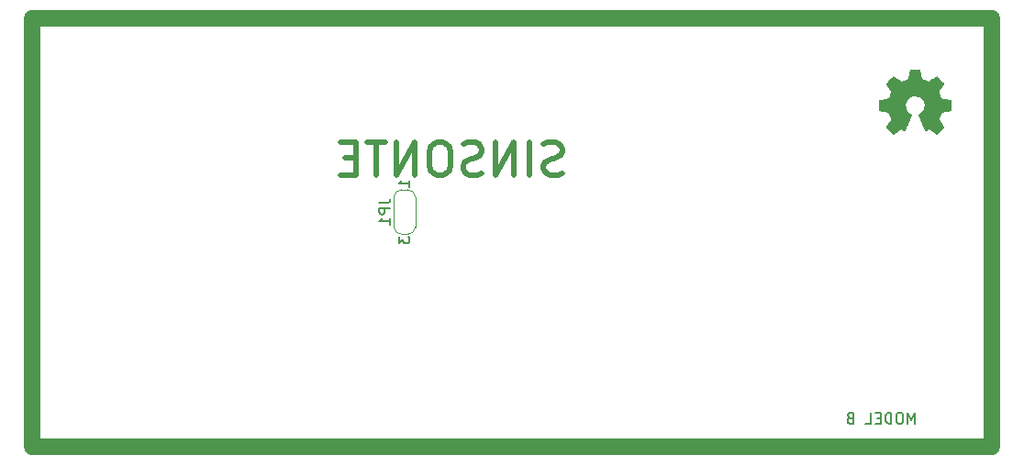
<source format=gbr>
G04 #@! TF.GenerationSoftware,KiCad,Pcbnew,5.1.5+dfsg1-2build2*
G04 #@! TF.CreationDate,2021-11-10T18:05:42-05:00*
G04 #@! TF.ProjectId,SINSONTE_MODEL_B,53494e53-4f4e-4544-955f-4d4f44454c5f,rev?*
G04 #@! TF.SameCoordinates,Original*
G04 #@! TF.FileFunction,Legend,Bot*
G04 #@! TF.FilePolarity,Positive*
%FSLAX46Y46*%
G04 Gerber Fmt 4.6, Leading zero omitted, Abs format (unit mm)*
G04 Created by KiCad (PCBNEW 5.1.5+dfsg1-2build2) date 2021-11-10 18:05:42*
%MOMM*%
%LPD*%
G04 APERTURE LIST*
%ADD10C,0.150000*%
%ADD11C,0.500000*%
%ADD12C,1.500000*%
%ADD13C,0.010000*%
%ADD14C,0.120000*%
G04 APERTURE END LIST*
D10*
X132190738Y-88107780D02*
X132190738Y-87107780D01*
X131857404Y-87822066D01*
X131524071Y-87107780D01*
X131524071Y-88107780D01*
X130857404Y-87107780D02*
X130666928Y-87107780D01*
X130571690Y-87155400D01*
X130476452Y-87250638D01*
X130428833Y-87441114D01*
X130428833Y-87774447D01*
X130476452Y-87964923D01*
X130571690Y-88060161D01*
X130666928Y-88107780D01*
X130857404Y-88107780D01*
X130952642Y-88060161D01*
X131047880Y-87964923D01*
X131095500Y-87774447D01*
X131095500Y-87441114D01*
X131047880Y-87250638D01*
X130952642Y-87155400D01*
X130857404Y-87107780D01*
X130000261Y-88107780D02*
X130000261Y-87107780D01*
X129762166Y-87107780D01*
X129619309Y-87155400D01*
X129524071Y-87250638D01*
X129476452Y-87345876D01*
X129428833Y-87536352D01*
X129428833Y-87679209D01*
X129476452Y-87869685D01*
X129524071Y-87964923D01*
X129619309Y-88060161D01*
X129762166Y-88107780D01*
X130000261Y-88107780D01*
X129000261Y-87583971D02*
X128666928Y-87583971D01*
X128524071Y-88107780D02*
X129000261Y-88107780D01*
X129000261Y-87107780D01*
X128524071Y-87107780D01*
X127619309Y-88107780D02*
X128095500Y-88107780D01*
X128095500Y-87107780D01*
X126190738Y-87583971D02*
X126047880Y-87631590D01*
X126000261Y-87679209D01*
X125952642Y-87774447D01*
X125952642Y-87917304D01*
X126000261Y-88012542D01*
X126047880Y-88060161D01*
X126143119Y-88107780D01*
X126524071Y-88107780D01*
X126524071Y-87107780D01*
X126190738Y-87107780D01*
X126095500Y-87155400D01*
X126047880Y-87203019D01*
X126000261Y-87298257D01*
X126000261Y-87393495D01*
X126047880Y-87488733D01*
X126095500Y-87536352D01*
X126190738Y-87583971D01*
X126524071Y-87583971D01*
D11*
X99622285Y-65019085D02*
X99193714Y-65161942D01*
X98479428Y-65161942D01*
X98193714Y-65019085D01*
X98050857Y-64876228D01*
X97908000Y-64590514D01*
X97908000Y-64304800D01*
X98050857Y-64019085D01*
X98193714Y-63876228D01*
X98479428Y-63733371D01*
X99050857Y-63590514D01*
X99336571Y-63447657D01*
X99479428Y-63304800D01*
X99622285Y-63019085D01*
X99622285Y-62733371D01*
X99479428Y-62447657D01*
X99336571Y-62304800D01*
X99050857Y-62161942D01*
X98336571Y-62161942D01*
X97908000Y-62304800D01*
X96622285Y-65161942D02*
X96622285Y-62161942D01*
X95193714Y-65161942D02*
X95193714Y-62161942D01*
X93479428Y-65161942D01*
X93479428Y-62161942D01*
X92193714Y-65019085D02*
X91765142Y-65161942D01*
X91050857Y-65161942D01*
X90765142Y-65019085D01*
X90622285Y-64876228D01*
X90479428Y-64590514D01*
X90479428Y-64304800D01*
X90622285Y-64019085D01*
X90765142Y-63876228D01*
X91050857Y-63733371D01*
X91622285Y-63590514D01*
X91908000Y-63447657D01*
X92050857Y-63304800D01*
X92193714Y-63019085D01*
X92193714Y-62733371D01*
X92050857Y-62447657D01*
X91908000Y-62304800D01*
X91622285Y-62161942D01*
X90908000Y-62161942D01*
X90479428Y-62304800D01*
X88622285Y-62161942D02*
X88050857Y-62161942D01*
X87765142Y-62304800D01*
X87479428Y-62590514D01*
X87336571Y-63161942D01*
X87336571Y-64161942D01*
X87479428Y-64733371D01*
X87765142Y-65019085D01*
X88050857Y-65161942D01*
X88622285Y-65161942D01*
X88908000Y-65019085D01*
X89193714Y-64733371D01*
X89336571Y-64161942D01*
X89336571Y-63161942D01*
X89193714Y-62590514D01*
X88908000Y-62304800D01*
X88622285Y-62161942D01*
X86050857Y-65161942D02*
X86050857Y-62161942D01*
X84336571Y-65161942D01*
X84336571Y-62161942D01*
X83336571Y-62161942D02*
X81622285Y-62161942D01*
X82479428Y-65161942D02*
X82479428Y-62161942D01*
X80622285Y-63590514D02*
X79622285Y-63590514D01*
X79193714Y-65161942D02*
X80622285Y-65161942D01*
X80622285Y-62161942D01*
X79193714Y-62161942D01*
D12*
X50750000Y-50750000D02*
X139250000Y-50750000D01*
X50750000Y-90250000D02*
X139250000Y-90250000D01*
X50750000Y-50750000D02*
X50750000Y-90250000D01*
X139250000Y-50750000D02*
X139250000Y-90250000D01*
D13*
G36*
X131613086Y-55888931D02*
G01*
X131529265Y-56333555D01*
X131219980Y-56461053D01*
X130910694Y-56588551D01*
X130539654Y-56336246D01*
X130435743Y-56265996D01*
X130341813Y-56203272D01*
X130262248Y-56150938D01*
X130201430Y-56111857D01*
X130163743Y-56088893D01*
X130153479Y-56083942D01*
X130134990Y-56096676D01*
X130095480Y-56131882D01*
X130039378Y-56185062D01*
X129971113Y-56251718D01*
X129895114Y-56327354D01*
X129815808Y-56407472D01*
X129737625Y-56487574D01*
X129664993Y-56563164D01*
X129602341Y-56629745D01*
X129554097Y-56682818D01*
X129524690Y-56717887D01*
X129517659Y-56729623D01*
X129527777Y-56751260D01*
X129556141Y-56798662D01*
X129599771Y-56867193D01*
X129655682Y-56952215D01*
X129720894Y-57049093D01*
X129758681Y-57104350D01*
X129827557Y-57205248D01*
X129888760Y-57296299D01*
X129939322Y-57372970D01*
X129976272Y-57430728D01*
X129996642Y-57465043D01*
X129999703Y-57472254D01*
X129992764Y-57492748D01*
X129973849Y-57540513D01*
X129945813Y-57608832D01*
X129911509Y-57690989D01*
X129873791Y-57780270D01*
X129835513Y-57869958D01*
X129799530Y-57953338D01*
X129768694Y-58023694D01*
X129745861Y-58074310D01*
X129733883Y-58098471D01*
X129733176Y-58099422D01*
X129714369Y-58104036D01*
X129664282Y-58114328D01*
X129588107Y-58129287D01*
X129491035Y-58147901D01*
X129378257Y-58169159D01*
X129312458Y-58181418D01*
X129191950Y-58204362D01*
X129083103Y-58226195D01*
X128991424Y-58245722D01*
X128922419Y-58261748D01*
X128881596Y-58273079D01*
X128873389Y-58276674D01*
X128865352Y-58301006D01*
X128858867Y-58355959D01*
X128853930Y-58435108D01*
X128850536Y-58532026D01*
X128848682Y-58640287D01*
X128848362Y-58753465D01*
X128849573Y-58865135D01*
X128852310Y-58968868D01*
X128856569Y-59058241D01*
X128862345Y-59126826D01*
X128869633Y-59168197D01*
X128874005Y-59176810D01*
X128900136Y-59187133D01*
X128955507Y-59201892D01*
X129032793Y-59219352D01*
X129124670Y-59237780D01*
X129156742Y-59243741D01*
X129311376Y-59272066D01*
X129433525Y-59294876D01*
X129527227Y-59313080D01*
X129596516Y-59327583D01*
X129645429Y-59339292D01*
X129678003Y-59349115D01*
X129698272Y-59357956D01*
X129710274Y-59366724D01*
X129711953Y-59368457D01*
X129728716Y-59396371D01*
X129754286Y-59450695D01*
X129786112Y-59524777D01*
X129821640Y-59611965D01*
X129858317Y-59705608D01*
X129893589Y-59799052D01*
X129924904Y-59885647D01*
X129949707Y-59958740D01*
X129965446Y-60011678D01*
X129969568Y-60037811D01*
X129969224Y-60038726D01*
X129955259Y-60060086D01*
X129923578Y-60107084D01*
X129877509Y-60174827D01*
X129820382Y-60258423D01*
X129755527Y-60352982D01*
X129737057Y-60379854D01*
X129671201Y-60477275D01*
X129613250Y-60566163D01*
X129566362Y-60641412D01*
X129533693Y-60697920D01*
X129518400Y-60730581D01*
X129517659Y-60734593D01*
X129530508Y-60755684D01*
X129566012Y-60797464D01*
X129619607Y-60855445D01*
X129686729Y-60925135D01*
X129762813Y-61002045D01*
X129843296Y-61081683D01*
X129923613Y-61159561D01*
X129999201Y-61231186D01*
X130065495Y-61292070D01*
X130117931Y-61337721D01*
X130151945Y-61363650D01*
X130161355Y-61367883D01*
X130183257Y-61357912D01*
X130228100Y-61331020D01*
X130288579Y-61291736D01*
X130335111Y-61260117D01*
X130419425Y-61202098D01*
X130519274Y-61133784D01*
X130619427Y-61065579D01*
X130673273Y-61029075D01*
X130855529Y-60905800D01*
X131008519Y-60988520D01*
X131078218Y-61024759D01*
X131137486Y-61052926D01*
X131177589Y-61068991D01*
X131187797Y-61071226D01*
X131200071Y-61054722D01*
X131224287Y-61008082D01*
X131258637Y-60935609D01*
X131301312Y-60841606D01*
X131350506Y-60730374D01*
X131404410Y-60606215D01*
X131461216Y-60473432D01*
X131519118Y-60336327D01*
X131576307Y-60199202D01*
X131630976Y-60066358D01*
X131681316Y-59942098D01*
X131725520Y-59830725D01*
X131761781Y-59736539D01*
X131788291Y-59663844D01*
X131803242Y-59616941D01*
X131805646Y-59600833D01*
X131786589Y-59580286D01*
X131744864Y-59546933D01*
X131689194Y-59507702D01*
X131684522Y-59504599D01*
X131540636Y-59389423D01*
X131424617Y-59255053D01*
X131337470Y-59105784D01*
X131280201Y-58945913D01*
X131253814Y-58779737D01*
X131259315Y-58611552D01*
X131297710Y-58445655D01*
X131370005Y-58286342D01*
X131391274Y-58251487D01*
X131501904Y-58110737D01*
X131632598Y-57997714D01*
X131778836Y-57913003D01*
X131936092Y-57857194D01*
X132099843Y-57830874D01*
X132265567Y-57834630D01*
X132428738Y-57869050D01*
X132584835Y-57934723D01*
X132729333Y-58032235D01*
X132774031Y-58071813D01*
X132887788Y-58195703D01*
X132970682Y-58326124D01*
X133027544Y-58472315D01*
X133059213Y-58617088D01*
X133067031Y-58779860D01*
X133040962Y-58943440D01*
X132983655Y-59102298D01*
X132897756Y-59250906D01*
X132785914Y-59383735D01*
X132650777Y-59495256D01*
X132633017Y-59507011D01*
X132576750Y-59545508D01*
X132533977Y-59578863D01*
X132513528Y-59600160D01*
X132513231Y-59600833D01*
X132517621Y-59623871D01*
X132535024Y-59676157D01*
X132563632Y-59753390D01*
X132601635Y-59851268D01*
X132647226Y-59965491D01*
X132698597Y-60091758D01*
X132753938Y-60225767D01*
X132811442Y-60363218D01*
X132869299Y-60499808D01*
X132925702Y-60631237D01*
X132978842Y-60753205D01*
X133026910Y-60861409D01*
X133068099Y-60951549D01*
X133100599Y-61019323D01*
X133122603Y-61060430D01*
X133131464Y-61071226D01*
X133158540Y-61062819D01*
X133209203Y-61040272D01*
X133274717Y-61007613D01*
X133310741Y-60988520D01*
X133463732Y-60905800D01*
X133645988Y-61029075D01*
X133739025Y-61092228D01*
X133840885Y-61161727D01*
X133936338Y-61227165D01*
X133984150Y-61260117D01*
X134051395Y-61305273D01*
X134108336Y-61341057D01*
X134147546Y-61362938D01*
X134160281Y-61367563D01*
X134178817Y-61355085D01*
X134219841Y-61320252D01*
X134279375Y-61266678D01*
X134353442Y-61197983D01*
X134438065Y-61117781D01*
X134491585Y-61066286D01*
X134585219Y-60974286D01*
X134666141Y-60891999D01*
X134731077Y-60822945D01*
X134776758Y-60770644D01*
X134799911Y-60738616D01*
X134802132Y-60732116D01*
X134791824Y-60707394D01*
X134763339Y-60657405D01*
X134719837Y-60587212D01*
X134664477Y-60501875D01*
X134600420Y-60406456D01*
X134582203Y-60379854D01*
X134515827Y-60283167D01*
X134456278Y-60196117D01*
X134406884Y-60123595D01*
X134370975Y-60070493D01*
X134351881Y-60041703D01*
X134350036Y-60038726D01*
X134352795Y-60015782D01*
X134367438Y-59965336D01*
X134391413Y-59894041D01*
X134422166Y-59808547D01*
X134457144Y-59715507D01*
X134493793Y-59621574D01*
X134529561Y-59533399D01*
X134561894Y-59457634D01*
X134588238Y-59400931D01*
X134606042Y-59369943D01*
X134607307Y-59368457D01*
X134618194Y-59359601D01*
X134636582Y-59350843D01*
X134666506Y-59341277D01*
X134712003Y-59329996D01*
X134777109Y-59316093D01*
X134865861Y-59298663D01*
X134982293Y-59276798D01*
X135130442Y-59249591D01*
X135162518Y-59243741D01*
X135257586Y-59225374D01*
X135340465Y-59207405D01*
X135403830Y-59191569D01*
X135440358Y-59179600D01*
X135445256Y-59176810D01*
X135453327Y-59152072D01*
X135459887Y-59096790D01*
X135464933Y-59017389D01*
X135468459Y-58920296D01*
X135470461Y-58811938D01*
X135470936Y-58698740D01*
X135469877Y-58587128D01*
X135467282Y-58483529D01*
X135463146Y-58394368D01*
X135457463Y-58326072D01*
X135450231Y-58285066D01*
X135445871Y-58276674D01*
X135421598Y-58268208D01*
X135366326Y-58254435D01*
X135285562Y-58236550D01*
X135184812Y-58215748D01*
X135069583Y-58193223D01*
X135006802Y-58181418D01*
X134887687Y-58159151D01*
X134781465Y-58138979D01*
X134693327Y-58121915D01*
X134628466Y-58108969D01*
X134592074Y-58101155D01*
X134586084Y-58099422D01*
X134575961Y-58079890D01*
X134554562Y-58032843D01*
X134524739Y-57965003D01*
X134489345Y-57883091D01*
X134451232Y-57793828D01*
X134413253Y-57703935D01*
X134378260Y-57620135D01*
X134349106Y-57549147D01*
X134328643Y-57497694D01*
X134319723Y-57472497D01*
X134319557Y-57471396D01*
X134329669Y-57451519D01*
X134358017Y-57405777D01*
X134401623Y-57338717D01*
X134457506Y-57254884D01*
X134522687Y-57158826D01*
X134560579Y-57103650D01*
X134629625Y-57002481D01*
X134690950Y-56910630D01*
X134741563Y-56832744D01*
X134778471Y-56773469D01*
X134798682Y-56737451D01*
X134801601Y-56729377D01*
X134789053Y-56710584D01*
X134754363Y-56670457D01*
X134701963Y-56613493D01*
X134636284Y-56544185D01*
X134561756Y-56467031D01*
X134482813Y-56386525D01*
X134403883Y-56307163D01*
X134329400Y-56233440D01*
X134263794Y-56169852D01*
X134211496Y-56120894D01*
X134176939Y-56091061D01*
X134165378Y-56083942D01*
X134146554Y-56093953D01*
X134101531Y-56122078D01*
X134034687Y-56165454D01*
X133950399Y-56221218D01*
X133853044Y-56286506D01*
X133779607Y-56336246D01*
X133408567Y-56588551D01*
X132789995Y-56333555D01*
X132706175Y-55888931D01*
X132622354Y-55444307D01*
X131696906Y-55444307D01*
X131613086Y-55888931D01*
G37*
X131613086Y-55888931D02*
X131529265Y-56333555D01*
X131219980Y-56461053D01*
X130910694Y-56588551D01*
X130539654Y-56336246D01*
X130435743Y-56265996D01*
X130341813Y-56203272D01*
X130262248Y-56150938D01*
X130201430Y-56111857D01*
X130163743Y-56088893D01*
X130153479Y-56083942D01*
X130134990Y-56096676D01*
X130095480Y-56131882D01*
X130039378Y-56185062D01*
X129971113Y-56251718D01*
X129895114Y-56327354D01*
X129815808Y-56407472D01*
X129737625Y-56487574D01*
X129664993Y-56563164D01*
X129602341Y-56629745D01*
X129554097Y-56682818D01*
X129524690Y-56717887D01*
X129517659Y-56729623D01*
X129527777Y-56751260D01*
X129556141Y-56798662D01*
X129599771Y-56867193D01*
X129655682Y-56952215D01*
X129720894Y-57049093D01*
X129758681Y-57104350D01*
X129827557Y-57205248D01*
X129888760Y-57296299D01*
X129939322Y-57372970D01*
X129976272Y-57430728D01*
X129996642Y-57465043D01*
X129999703Y-57472254D01*
X129992764Y-57492748D01*
X129973849Y-57540513D01*
X129945813Y-57608832D01*
X129911509Y-57690989D01*
X129873791Y-57780270D01*
X129835513Y-57869958D01*
X129799530Y-57953338D01*
X129768694Y-58023694D01*
X129745861Y-58074310D01*
X129733883Y-58098471D01*
X129733176Y-58099422D01*
X129714369Y-58104036D01*
X129664282Y-58114328D01*
X129588107Y-58129287D01*
X129491035Y-58147901D01*
X129378257Y-58169159D01*
X129312458Y-58181418D01*
X129191950Y-58204362D01*
X129083103Y-58226195D01*
X128991424Y-58245722D01*
X128922419Y-58261748D01*
X128881596Y-58273079D01*
X128873389Y-58276674D01*
X128865352Y-58301006D01*
X128858867Y-58355959D01*
X128853930Y-58435108D01*
X128850536Y-58532026D01*
X128848682Y-58640287D01*
X128848362Y-58753465D01*
X128849573Y-58865135D01*
X128852310Y-58968868D01*
X128856569Y-59058241D01*
X128862345Y-59126826D01*
X128869633Y-59168197D01*
X128874005Y-59176810D01*
X128900136Y-59187133D01*
X128955507Y-59201892D01*
X129032793Y-59219352D01*
X129124670Y-59237780D01*
X129156742Y-59243741D01*
X129311376Y-59272066D01*
X129433525Y-59294876D01*
X129527227Y-59313080D01*
X129596516Y-59327583D01*
X129645429Y-59339292D01*
X129678003Y-59349115D01*
X129698272Y-59357956D01*
X129710274Y-59366724D01*
X129711953Y-59368457D01*
X129728716Y-59396371D01*
X129754286Y-59450695D01*
X129786112Y-59524777D01*
X129821640Y-59611965D01*
X129858317Y-59705608D01*
X129893589Y-59799052D01*
X129924904Y-59885647D01*
X129949707Y-59958740D01*
X129965446Y-60011678D01*
X129969568Y-60037811D01*
X129969224Y-60038726D01*
X129955259Y-60060086D01*
X129923578Y-60107084D01*
X129877509Y-60174827D01*
X129820382Y-60258423D01*
X129755527Y-60352982D01*
X129737057Y-60379854D01*
X129671201Y-60477275D01*
X129613250Y-60566163D01*
X129566362Y-60641412D01*
X129533693Y-60697920D01*
X129518400Y-60730581D01*
X129517659Y-60734593D01*
X129530508Y-60755684D01*
X129566012Y-60797464D01*
X129619607Y-60855445D01*
X129686729Y-60925135D01*
X129762813Y-61002045D01*
X129843296Y-61081683D01*
X129923613Y-61159561D01*
X129999201Y-61231186D01*
X130065495Y-61292070D01*
X130117931Y-61337721D01*
X130151945Y-61363650D01*
X130161355Y-61367883D01*
X130183257Y-61357912D01*
X130228100Y-61331020D01*
X130288579Y-61291736D01*
X130335111Y-61260117D01*
X130419425Y-61202098D01*
X130519274Y-61133784D01*
X130619427Y-61065579D01*
X130673273Y-61029075D01*
X130855529Y-60905800D01*
X131008519Y-60988520D01*
X131078218Y-61024759D01*
X131137486Y-61052926D01*
X131177589Y-61068991D01*
X131187797Y-61071226D01*
X131200071Y-61054722D01*
X131224287Y-61008082D01*
X131258637Y-60935609D01*
X131301312Y-60841606D01*
X131350506Y-60730374D01*
X131404410Y-60606215D01*
X131461216Y-60473432D01*
X131519118Y-60336327D01*
X131576307Y-60199202D01*
X131630976Y-60066358D01*
X131681316Y-59942098D01*
X131725520Y-59830725D01*
X131761781Y-59736539D01*
X131788291Y-59663844D01*
X131803242Y-59616941D01*
X131805646Y-59600833D01*
X131786589Y-59580286D01*
X131744864Y-59546933D01*
X131689194Y-59507702D01*
X131684522Y-59504599D01*
X131540636Y-59389423D01*
X131424617Y-59255053D01*
X131337470Y-59105784D01*
X131280201Y-58945913D01*
X131253814Y-58779737D01*
X131259315Y-58611552D01*
X131297710Y-58445655D01*
X131370005Y-58286342D01*
X131391274Y-58251487D01*
X131501904Y-58110737D01*
X131632598Y-57997714D01*
X131778836Y-57913003D01*
X131936092Y-57857194D01*
X132099843Y-57830874D01*
X132265567Y-57834630D01*
X132428738Y-57869050D01*
X132584835Y-57934723D01*
X132729333Y-58032235D01*
X132774031Y-58071813D01*
X132887788Y-58195703D01*
X132970682Y-58326124D01*
X133027544Y-58472315D01*
X133059213Y-58617088D01*
X133067031Y-58779860D01*
X133040962Y-58943440D01*
X132983655Y-59102298D01*
X132897756Y-59250906D01*
X132785914Y-59383735D01*
X132650777Y-59495256D01*
X132633017Y-59507011D01*
X132576750Y-59545508D01*
X132533977Y-59578863D01*
X132513528Y-59600160D01*
X132513231Y-59600833D01*
X132517621Y-59623871D01*
X132535024Y-59676157D01*
X132563632Y-59753390D01*
X132601635Y-59851268D01*
X132647226Y-59965491D01*
X132698597Y-60091758D01*
X132753938Y-60225767D01*
X132811442Y-60363218D01*
X132869299Y-60499808D01*
X132925702Y-60631237D01*
X132978842Y-60753205D01*
X133026910Y-60861409D01*
X133068099Y-60951549D01*
X133100599Y-61019323D01*
X133122603Y-61060430D01*
X133131464Y-61071226D01*
X133158540Y-61062819D01*
X133209203Y-61040272D01*
X133274717Y-61007613D01*
X133310741Y-60988520D01*
X133463732Y-60905800D01*
X133645988Y-61029075D01*
X133739025Y-61092228D01*
X133840885Y-61161727D01*
X133936338Y-61227165D01*
X133984150Y-61260117D01*
X134051395Y-61305273D01*
X134108336Y-61341057D01*
X134147546Y-61362938D01*
X134160281Y-61367563D01*
X134178817Y-61355085D01*
X134219841Y-61320252D01*
X134279375Y-61266678D01*
X134353442Y-61197983D01*
X134438065Y-61117781D01*
X134491585Y-61066286D01*
X134585219Y-60974286D01*
X134666141Y-60891999D01*
X134731077Y-60822945D01*
X134776758Y-60770644D01*
X134799911Y-60738616D01*
X134802132Y-60732116D01*
X134791824Y-60707394D01*
X134763339Y-60657405D01*
X134719837Y-60587212D01*
X134664477Y-60501875D01*
X134600420Y-60406456D01*
X134582203Y-60379854D01*
X134515827Y-60283167D01*
X134456278Y-60196117D01*
X134406884Y-60123595D01*
X134370975Y-60070493D01*
X134351881Y-60041703D01*
X134350036Y-60038726D01*
X134352795Y-60015782D01*
X134367438Y-59965336D01*
X134391413Y-59894041D01*
X134422166Y-59808547D01*
X134457144Y-59715507D01*
X134493793Y-59621574D01*
X134529561Y-59533399D01*
X134561894Y-59457634D01*
X134588238Y-59400931D01*
X134606042Y-59369943D01*
X134607307Y-59368457D01*
X134618194Y-59359601D01*
X134636582Y-59350843D01*
X134666506Y-59341277D01*
X134712003Y-59329996D01*
X134777109Y-59316093D01*
X134865861Y-59298663D01*
X134982293Y-59276798D01*
X135130442Y-59249591D01*
X135162518Y-59243741D01*
X135257586Y-59225374D01*
X135340465Y-59207405D01*
X135403830Y-59191569D01*
X135440358Y-59179600D01*
X135445256Y-59176810D01*
X135453327Y-59152072D01*
X135459887Y-59096790D01*
X135464933Y-59017389D01*
X135468459Y-58920296D01*
X135470461Y-58811938D01*
X135470936Y-58698740D01*
X135469877Y-58587128D01*
X135467282Y-58483529D01*
X135463146Y-58394368D01*
X135457463Y-58326072D01*
X135450231Y-58285066D01*
X135445871Y-58276674D01*
X135421598Y-58268208D01*
X135366326Y-58254435D01*
X135285562Y-58236550D01*
X135184812Y-58215748D01*
X135069583Y-58193223D01*
X135006802Y-58181418D01*
X134887687Y-58159151D01*
X134781465Y-58138979D01*
X134693327Y-58121915D01*
X134628466Y-58108969D01*
X134592074Y-58101155D01*
X134586084Y-58099422D01*
X134575961Y-58079890D01*
X134554562Y-58032843D01*
X134524739Y-57965003D01*
X134489345Y-57883091D01*
X134451232Y-57793828D01*
X134413253Y-57703935D01*
X134378260Y-57620135D01*
X134349106Y-57549147D01*
X134328643Y-57497694D01*
X134319723Y-57472497D01*
X134319557Y-57471396D01*
X134329669Y-57451519D01*
X134358017Y-57405777D01*
X134401623Y-57338717D01*
X134457506Y-57254884D01*
X134522687Y-57158826D01*
X134560579Y-57103650D01*
X134629625Y-57002481D01*
X134690950Y-56910630D01*
X134741563Y-56832744D01*
X134778471Y-56773469D01*
X134798682Y-56737451D01*
X134801601Y-56729377D01*
X134789053Y-56710584D01*
X134754363Y-56670457D01*
X134701963Y-56613493D01*
X134636284Y-56544185D01*
X134561756Y-56467031D01*
X134482813Y-56386525D01*
X134403883Y-56307163D01*
X134329400Y-56233440D01*
X134263794Y-56169852D01*
X134211496Y-56120894D01*
X134176939Y-56091061D01*
X134165378Y-56083942D01*
X134146554Y-56093953D01*
X134101531Y-56122078D01*
X134034687Y-56165454D01*
X133950399Y-56221218D01*
X133853044Y-56286506D01*
X133779607Y-56336246D01*
X133408567Y-56588551D01*
X132789995Y-56333555D01*
X132706175Y-55888931D01*
X132622354Y-55444307D01*
X131696906Y-55444307D01*
X131613086Y-55888931D01*
D14*
X84790000Y-66530000D02*
G75*
G03X84090000Y-67230000I0J-700000D01*
G01*
X86090000Y-67230000D02*
G75*
G03X85390000Y-66530000I-700000J0D01*
G01*
X85390000Y-70630000D02*
G75*
G03X86090000Y-69930000I0J700000D01*
G01*
X84090000Y-69930000D02*
G75*
G03X84790000Y-70630000I700000J0D01*
G01*
X84090000Y-67180000D02*
X84090000Y-69980000D01*
X84790000Y-70630000D02*
X85390000Y-70630000D01*
X86090000Y-69980000D02*
X86090000Y-67180000D01*
X85390000Y-66530000D02*
X84790000Y-66530000D01*
D10*
X82742380Y-67746666D02*
X83456666Y-67746666D01*
X83599523Y-67699047D01*
X83694761Y-67603809D01*
X83742380Y-67460952D01*
X83742380Y-67365714D01*
X83742380Y-68222857D02*
X82742380Y-68222857D01*
X82742380Y-68603809D01*
X82790000Y-68699047D01*
X82837619Y-68746666D01*
X82932857Y-68794285D01*
X83075714Y-68794285D01*
X83170952Y-68746666D01*
X83218571Y-68699047D01*
X83266190Y-68603809D01*
X83266190Y-68222857D01*
X83742380Y-69746666D02*
X83742380Y-69175238D01*
X83742380Y-69460952D02*
X82742380Y-69460952D01*
X82885238Y-69365714D01*
X82980476Y-69270476D01*
X83028095Y-69175238D01*
X85542380Y-66265714D02*
X85542380Y-65694285D01*
X85542380Y-65980000D02*
X84542380Y-65980000D01*
X84685238Y-65884761D01*
X84780476Y-65789523D01*
X84828095Y-65694285D01*
X84542380Y-70846666D02*
X84542380Y-71465714D01*
X84923333Y-71132380D01*
X84923333Y-71275238D01*
X84970952Y-71370476D01*
X85018571Y-71418095D01*
X85113809Y-71465714D01*
X85351904Y-71465714D01*
X85447142Y-71418095D01*
X85494761Y-71370476D01*
X85542380Y-71275238D01*
X85542380Y-70989523D01*
X85494761Y-70894285D01*
X85447142Y-70846666D01*
M02*

</source>
